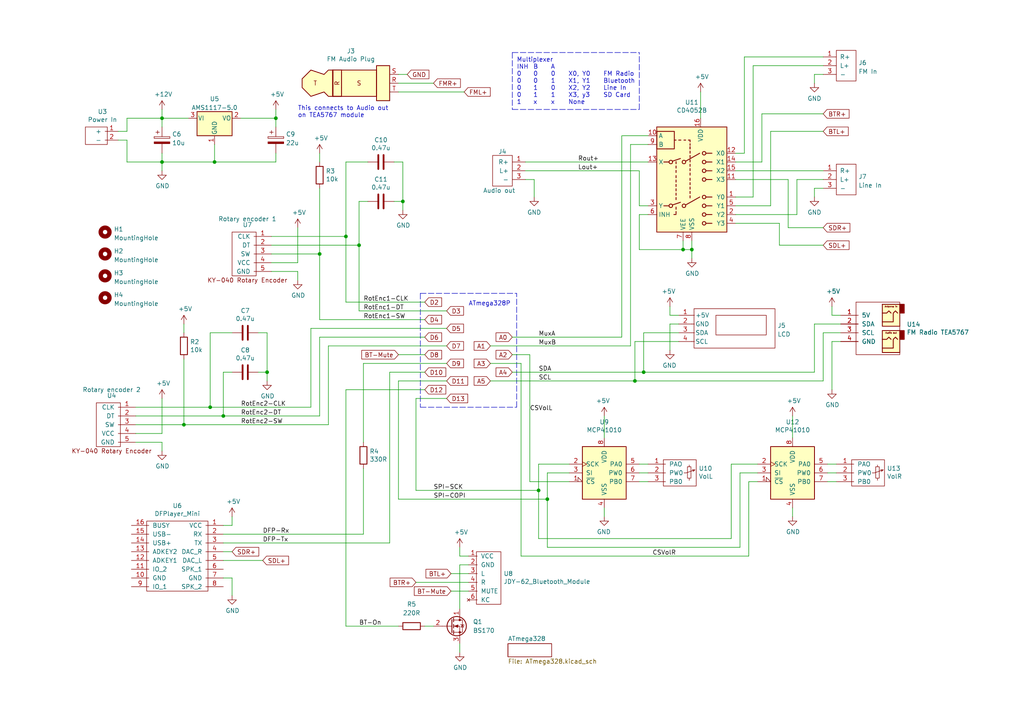
<source format=kicad_sch>
(kicad_sch (version 20211123) (generator eeschema)
  (paper "A4")
  (title_block (title "ardAudioCenter-ATmega328") (date "2022-09-09") (rev "0.1"))
  (lib_symbols
    (symbol "Analog_Switch:CD4052B"
      (property "Reference" "U" (at -10.16 16.51 0))
      (property "Value" "CD4052B" (at 3.81 16.51 0))
      (symbol "CD4052B_0_1"
        (rectangle (start -10.16 8.89) (end -5.08 13.97) (stroke (width 0.254)))
        (rectangle (start -10.16 15.24) (end 10.16 -15.24) (stroke (width 0.254)) (fill (type background)))
        (circle (center -6.096 -7.62) (radius 0.508) (stroke (width 0.254)))
        (circle (center -6.096 5.08) (radius 0.508) (stroke (width 0.254)))
        (circle (center -2.286 -7.62) (radius 0.508) (stroke (width 0.254)))
        (circle (center -2.286 5.08) (radius 0.508) (stroke (width 0.254)))
        (polyline (pts (xy -8.128 -7.62) (xy -6.604 -7.62)) (stroke (width 0.254)))
        (polyline (pts (xy -8.128 5.08) (xy -6.604 5.08)) (stroke (width 0.254)))
        (polyline (pts (xy -5.588 -7.366) (xy -3.302 -6.604)) (stroke (width 0.254)))
        (polyline (pts (xy -5.588 5.334) (xy -3.302 6.096)) (stroke (width 0.254)))
        (polyline (pts (xy -4.572 -10.16) (xy -5.207 -10.16)) (stroke (width 0.254)))
        (polyline (pts (xy -4.572 -9.906) (xy -4.572 -9.271)) (stroke (width 0.254)))
        (polyline (pts (xy -4.572 -8.636) (xy -4.572 -8.001)) (stroke (width 0.254)))
        (polyline (pts (xy -4.572 -5.842) (xy -4.572 -5.207)) (stroke (width 0.254)))
        (polyline (pts (xy -4.572 -4.572) (xy -4.572 -3.937)) (stroke (width 0.254)))
        (polyline (pts (xy -4.572 -3.302) (xy -4.572 -2.667)) (stroke (width 0.254)))
        (polyline (pts (xy -4.572 -2.032) (xy -4.572 -1.397)) (stroke (width 0.254)))
        (polyline (pts (xy -4.572 -0.762) (xy -4.572 -0.127)) (stroke (width 0.254)))
        (polyline (pts (xy -4.572 0.508) (xy -4.572 1.143)) (stroke (width 0.254)))
        (polyline (pts (xy -4.572 2.032) (xy -4.572 2.667)) (stroke (width 0.254)))
        (polyline (pts (xy -4.572 3.302) (xy -4.572 3.937)) (stroke (width 0.254)))
        (polyline (pts (xy -4.572 4.572) (xy -4.572 5.207)) (stroke (width 0.254)))
        (polyline (pts (xy -4.572 11.43) (xy -5.08 11.43)) (stroke (width 0.254)))
        (polyline (pts (xy -3.81 11.43) (xy -3.175 11.43)) (stroke (width 0.254)))
        (polyline (pts (xy -1.778 -7.366) (xy 2.286 -5.08)) (stroke (width 0.254)))
        (polyline (pts (xy -1.778 5.334) (xy 2.286 7.62)) (stroke (width 0.254)))
        (polyline (pts (xy -1.778 11.43) (xy -2.286 11.43)) (stroke (width 0.254)))
        (polyline (pts (xy -0.508 -5.334) (xy -0.508 -4.699)) (stroke (width 0.254)))
        (polyline (pts (xy -0.508 -4.064) (xy -0.508 -3.429)) (stroke (width 0.254)))
        (polyline (pts (xy -0.508 -2.794) (xy -0.508 -2.159)) (stroke (width 0.254)))
        (polyline (pts (xy -0.508 -1.524) (xy -0.508 -0.889)) (stroke (width 0.254)))
        (polyline (pts (xy -0.508 -0.254) (xy -0.508 0.381)) (stroke (width 0.254)))
        (polyline (pts (xy -0.508 1.27) (xy -0.508 1.905)) (stroke (width 0.254)))
        (polyline (pts (xy -0.508 2.54) (xy -0.508 3.175)) (stroke (width 0.254)))
        (polyline (pts (xy -0.508 3.81) (xy -0.508 4.445)) (stroke (width 0.254)))
        (polyline (pts (xy -0.508 5.08) (xy -0.508 5.715)) (stroke (width 0.254)))
        (polyline (pts (xy -0.508 6.35) (xy -0.508 6.985)) (stroke (width 0.254)))
        (polyline (pts (xy -0.508 7.62) (xy -0.508 8.255)) (stroke (width 0.254)))
        (polyline (pts (xy -0.508 8.89) (xy -0.508 9.398)) (stroke (width 0.254)))
        (polyline (pts (xy -0.508 8.89) (xy -0.508 9.525)) (stroke (width 0.254)))
        (polyline (pts (xy -0.508 9.906) (xy -0.508 10.414)) (stroke (width 0.254)))
        (polyline (pts (xy -0.508 10.922) (xy -0.508 11.43)) (stroke (width 0.254)))
        (polyline (pts (xy -0.508 11.43) (xy -1.016 11.43)) (stroke (width 0.254)))
        (polyline (pts (xy 4.064 -12.7) (xy 5.842 -12.7)) (stroke (width 0.254)))
        (polyline (pts (xy 4.064 -10.16) (xy 5.842 -10.16)) (stroke (width 0.254)))
        (polyline (pts (xy 4.064 -7.62) (xy 5.842 -7.62)) (stroke (width 0.254)))
        (polyline (pts (xy 4.064 -5.08) (xy 5.842 -5.08)) (stroke (width 0.254)))
        (polyline (pts (xy 4.064 0) (xy 5.842 0)) (stroke (width 0.254)))
        (polyline (pts (xy 4.064 2.54) (xy 5.842 2.54)) (stroke (width 0.254)))
        (polyline (pts (xy 4.064 5.08) (xy 5.842 5.08)) (stroke (width 0.254)))
        (polyline (pts (xy 4.064 7.62) (xy 5.842 7.62)) (stroke (width 0.254)))
        (circle (center 3.556 -12.7) (radius 0.508) (stroke (width 0.254)))
        (circle (center 3.556 -10.16) (radius 0.508) (stroke (width 0.254)))
        (circle (center 3.556 -7.62) (radius 0.508) (stroke (width 0.254)))
        (circle (center 3.556 -5.08) (radius 0.508) (stroke (width 0.254)))
        (circle (center 3.556 0) (radius 0.508) (stroke (width 0.254)))
        (circle (center 3.556 2.54) (radius 0.508) (stroke (width 0.254)))
        (circle (center 3.556 5.08) (radius 0.508) (stroke (width 0.254)))
        (circle (center 3.556 7.62) (radius 0.508) (stroke (width 0.254)))
      )
      (symbol "CD4052B_1_1"
        (pin bidirectional line (at 12.7 -5.08 180) (length 2.54) (name "Y0") (number "1"))
        (pin input line (at -12.7 12.7 0) (length 2.54) (name "A") (number "10"))
        (pin bidirectional line (at 12.7 0 180) (length 2.54) (name "X3") (number "11"))
        (pin bidirectional line (at 12.7 7.62 180) (length 2.54) (name "X0") (number "12"))
        (pin bidirectional line (at -12.7 5.08 0) (length 2.54) (name "X") (number "13"))
        (pin bidirectional line (at 12.7 5.08 180) (length 2.54) (name "X1") (number "14"))
        (pin bidirectional line (at 12.7 2.54 180) (length 2.54) (name "X2") (number "15"))
        (pin power_in line (at 2.54 17.78 270) (length 2.54) (name "VDD") (number "16"))
        (pin bidirectional line (at 12.7 -10.16 180) (length 2.54) (name "Y2") (number "2"))
        (pin bidirectional line (at -12.7 -7.62 0) (length 2.54) (name "Y") (number "3"))
        (pin bidirectional line (at 12.7 -12.7 180) (length 2.54) (name "Y3") (number "4"))
        (pin bidirectional line (at 12.7 -7.62 180) (length 2.54) (name "Y1") (number "5"))
        (pin input line (at -12.7 -10.16 0) (length 2.54) (name "INH") (number "6"))
        (pin power_in line (at -2.54 -17.78 90) (length 2.54) (name "VEE") (number "7"))
        (pin power_in line (at 0 -17.78 90) (length 2.54) (name "VSS") (number "8"))
        (pin input line (at -12.7 10.16 0) (length 2.54) (name "B") (number "9"))
      )
    )
    (symbol "Connector:AudioPlug3"
      (property "Reference" "J" (at 1.27 6.35 0))
      (property "Value" "AudioPlug3" (at 1.27 -6.35 0))
      (symbol "AudioPlug3_0_0"
        (text "R" (at -2.54 0 900) (effects (font (size 1.27 1.27))))
      )
      (symbol "AudioPlug3_0_1"
        (rectangle (start -3.81 3.81) (end -1.27 -3.81) (stroke (width 0.254)))
        (rectangle (start -1.27 -1.27) (end -1.27 -1.27))
      )
      (symbol "AudioPlug3_1_0"
        (text "S" (at 3.81 0 0) (effects (font (size 1.27 1.27))))
        (text "T" (at -8.89 0 0) (effects (font (size 1.27 1.27))))
      )
      (symbol "AudioPlug3_1_1"
        (rectangle (start -3.81 3.81) (end 8.89 -3.81) (stroke (width 0.254)) (fill (type background)))
        (polyline (pts (xy -3.81 3.81) (xy -5.08 3.81) (xy -6.35 2.54) (xy -10.16 3.81) (xy -12.7 1.27) (xy -12.7 -1.27) (xy -10.16 -3.81) (xy -6.35 -2.54) (xy -5.08 -3.81) (xy -3.81 -3.81) (xy -3.81 3.81)) (stroke (width 0.254)) (fill (type background)))
        (rectangle (start 12.7 5.08) (end 8.89 -5.08) (stroke (width 0.254)) (fill (type background)))
        (pin passive line (at 15.24 0 180) (length 2.54) (name "~") (number "R"))
        (pin passive line (at 15.24 2.54 180) (length 2.54) (name "~") (number "S"))
        (pin passive line (at 15.24 -2.54 180) (length 2.54) (name "~") (number "T"))
      )
    )
    (symbol "Device:C" (pin_numbers hide) (pin_names (offset 0.254))
      (property "Reference" "C" (at 0.635 2.54 0))
      (property "Value" "C" (at 0.635 -2.54 0))
      (symbol "C_0_1"
        (polyline (pts (xy -2.032 -0.762) (xy 2.032 -0.762)) (stroke (width 0.508)))
        (polyline (pts (xy -2.032 0.762) (xy 2.032 0.762)) (stroke (width 0.508)))
      )
      (symbol "C_1_1"
        (pin passive line (at 0 3.81 270) (length 2.794) (name "~") (number "1"))
        (pin passive line (at 0 -3.81 90) (length 2.794) (name "~") (number "2"))
      )
    )
    (symbol "Device:C_Polarized" (pin_numbers hide) (pin_names (offset 0.254))
      (property "Reference" "C" (at 0.635 2.54 0))
      (property "Value" "C_Polarized" (at 0.635 -2.54 0))
      (symbol "C_Polarized_0_1"
        (rectangle (start -2.286 0.508) (end 2.286 1.016))
        (polyline (pts (xy -1.778 2.286) (xy -0.762 2.286)))
        (polyline (pts (xy -1.27 2.794) (xy -1.27 1.778)))
        (rectangle (start 2.286 -0.508) (end -2.286 -1.016) (fill (type outline)))
      )
      (symbol "C_Polarized_1_1"
        (pin passive line (at 0 3.81 270) (length 2.794) (name "~") (number "1"))
        (pin passive line (at 0 -3.81 90) (length 2.794) (name "~") (number "2"))
      )
    )
    (symbol "Device:R" (pin_numbers hide) (pin_names (offset 0))
      (property "Reference" "R" (at 2.032 0 90))
      (property "Value" "R" (at 0 0 90))
      (symbol "R_0_1"
        (rectangle (start -1.016 -2.54) (end 1.016 2.54) (stroke (width 0.254)))
      )
      (symbol "R_1_1"
        (pin passive line (at 0 3.81 270) (length 1.27) (name "~") (number "1"))
        (pin passive line (at 0 -3.81 90) (length 1.27) (name "~") (number "2"))
      )
    )
    (symbol "Mechanical:MountingHole" (pin_names (offset 1.016))
      (property "Reference" "H" (at 0 5.08 0))
      (property "Value" "MountingHole" (at 0 3.175 0))
      (symbol "MountingHole_0_1"
        (circle (center 0 0) (radius 1.27) (stroke (width 1.27)))
      )
    )
    (symbol "My_Headers:3-pin_Audio" (pin_names (offset 1.016))
      (property "Reference" "J" (at -0.635 6.35 0))
      (symbol "3-pin_Audio_0_1"
        (polyline (pts (xy -1.27 4.445) (xy 4.445 4.445) (xy 4.445 -3.81) (xy 4.445 -4.445) (xy -1.27 -4.445) (xy -1.27 4.445)) (stroke (width 0.1524)))
      )
      (symbol "3-pin_Audio_1_1"
        (pin bidirectional line (at -5.08 2.54 0) (length 3.81) (name "R+") (number "1"))
        (pin bidirectional line (at -5.08 0 0) (length 3.81) (name "L+") (number "2"))
        (pin bidirectional line (at -5.08 -2.54 0) (length 3.81) (name "-") (number "3"))
      )
    )
    (symbol "My_Headers:3-pin_potentiometer_output" (pin_names (offset 1.016))
      (property "Reference" "U" (at 5.715 2.54 0))
      (property "Value" "3-pin_potentiometer_output" (at 5.08 -7.62 0))
      (symbol "3-pin_potentiometer_output_0_1"
        (polyline (pts (xy 11.938 -4.064) (xy 11.938 -4.699)))
        (polyline (pts (xy 11.938 -0.254) (xy 11.938 -0.762)))
        (polyline (pts (xy 12.827 -1.651) (xy 12.827 -1.651)))
        (polyline (pts (xy 13.589 -1.651) (xy 13.081 -2.159)))
        (polyline (pts (xy 10.414 -2.54) (xy 11.049 -2.54) (xy 13.589 -1.651) (xy 12.827 -1.651)))
        (polyline (pts (xy 4.445 1.27) (xy 13.97 1.27) (xy 13.97 -6.35) (xy 4.445 -6.35) (xy 4.445 1.27)))
        (polyline (pts (xy 11.43 -0.762) (xy 12.446 -0.762) (xy 12.446 -4.064) (xy 11.43 -4.064) (xy 11.43 -0.762)))
      )
      (symbol "3-pin_potentiometer_output_1_1"
        (pin input line (at 0 0 0) (length 5.08) (name "PAO") (number "1"))
        (pin output line (at 0 -2.54 0) (length 5.08) (name "PW0") (number "2"))
        (pin input line (at 0 -5.08 0) (length 5.08) (name "PB0") (number "3"))
      )
    )
    (symbol "My_Headers:4-pin_I2C_LCD_header" (pin_names (offset 1.016))
      (property "Reference" "J" (at 0 5.715 0))
      (property "Value" "4-pin_I2C_LCD_header" (at 0 -8.255 0))
      (symbol "4-pin_I2C_LCD_header_0_1"
        (polyline (pts (xy -0.635 4.445) (xy 22.86 4.445) (xy 22.86 -6.985) (xy -0.635 -6.985) (xy -0.635 4.445)) (stroke (width 0.1524)))
        (polyline (pts (xy 5.715 2.54) (xy 5.715 -3.175) (xy 20.32 -3.175) (xy 20.32 2.54) (xy 5.715 2.54)) (stroke (width 0.1524)))
      )
      (symbol "4-pin_I2C_LCD_header_1_1"
        (polyline (pts (xy -1.27 -5.08) (xy -0.508 -5.08)) (stroke (width 0.1524)))
        (polyline (pts (xy -1.27 -2.54) (xy -0.508 -2.54)) (stroke (width 0.1524)))
        (polyline (pts (xy -1.27 0) (xy -0.508 0)) (stroke (width 0.1524)))
        (polyline (pts (xy -1.27 2.54) (xy -0.508 2.54)) (stroke (width 0.1524)))
        (pin power_in line (at -5.08 2.54 0) (length 3.81) (name "+5V") (number "1"))
        (pin power_in line (at -5.08 0 0) (length 3.81) (name "GND") (number "2"))
        (pin passive line (at -5.08 -2.54 0) (length 3.81) (name "SDA") (number "3"))
        (pin passive line (at -5.08 -5.08 0) (length 3.81) (name "SCL") (number "4"))
      )
    )
    (symbol "My_Parts:2-pole_power_in_screw_terminal" (pin_names (offset 1.016))
      (property "Reference" "U" (at 4.445 3.175 0))
      (property "Value" "2-pole_power_in_screw_terminal" (at 6.35 -5.715 0))
      (symbol "2-pole_power_in_screw_terminal_0_1"
        (rectangle (start 3.175 1.27) (end 9.525 -3.81))
      )
      (symbol "2-pole_power_in_screw_terminal_1_1"
        (pin power_in line (at 0 0 0) (length 3.81) (name "+") (number "1"))
        (pin power_in line (at 0 -2.54 0) (length 3.81) (name "-") (number "2"))
      )
    )
    (symbol "My_Parts:DFPlayer_Mini" (pin_names (offset 1.016))
      (property "Reference" "U" (at 6.985 2.54 0))
      (property "Value" "DFPlayer_Mini" (at 12.7 -20.955 0))
      (symbol "DFPlayer_Mini_0_1"
        (polyline (pts (xy 4.445 1.27) (xy 4.445 -19.05) (xy 22.225 -19.05) (xy 22.225 1.27) (xy 4.445 1.27)))
      )
      (symbol "DFPlayer_Mini_1_1"
        (pin power_in line (at 0 0 0) (length 5.08) (name "VCC") (number "1"))
        (pin power_in line (at 26.67 -15.24 180) (length 5.08) (name "GND") (number "10"))
        (pin input line (at 26.67 -12.7 180) (length 5.08) (name "IO_2") (number "11"))
        (pin input line (at 26.67 -10.16 180) (length 5.08) (name "ADKEY1") (number "12"))
        (pin input line (at 26.67 -7.62 180) (length 5.08) (name "ADKEY2") (number "13"))
        (pin bidirectional line (at 26.67 -5.08 180) (length 5.08) (name "USB+") (number "14"))
        (pin bidirectional line (at 26.67 -2.54 180) (length 5.08) (name "USB-") (number "15"))
        (pin output line (at 26.67 0 180) (length 5.08) (name "BUSY") (number "16"))
        (pin input line (at 0 -2.54 0) (length 5.08) (name "RX") (number "2"))
        (pin output line (at 0 -5.08 0) (length 5.08) (name "TX") (number "3"))
        (pin output line (at 0 -7.62 0) (length 5.08) (name "DAC_R") (number "4"))
        (pin output line (at 0 -10.16 0) (length 5.08) (name "DAC_L") (number "5"))
        (pin output line (at 0 -12.7 0) (length 5.08) (name "SPK_1") (number "6"))
        (pin power_in line (at 0 -15.24 0) (length 5.08) (name "GND") (number "7"))
        (pin output line (at 0 -17.78 0) (length 5.08) (name "SPK_2") (number "8"))
        (pin input line (at 26.67 -17.78 180) (length 5.08) (name "IO_1") (number "9"))
      )
    )
    (symbol "My_Parts:JDY-62_Bluetooth_Module" (pin_names (offset 1.016))
      (property "Reference" "U" (at 3.302 2.286 0))
      (property "Value" "JDY-62_Bluetooth_Module" (at 6.096 -15.494 0))
      (symbol "JDY-62_Bluetooth_Module_0_1"
        (polyline (pts (xy 2.286 1.27) (xy 2.286 -13.97) (xy 9.398 -13.97) (xy 9.398 1.27) (xy 2.286 1.27)))
      )
      (symbol "JDY-62_Bluetooth_Module_1_1"
        (pin power_in line (at 0 0 0) (length 2.54) (name "VCC") (number "1"))
        (pin power_in line (at 0 -2.54 0) (length 2.54) (name "GND") (number "2"))
        (pin output line (at 0 -5.08 0) (length 2.54) (name "L") (number "3"))
        (pin output line (at 0 -7.62 0) (length 2.54) (name "R") (number "4"))
        (pin output line (at 0 -10.16 0) (length 2.54) (name "MUTE") (number "5"))
        (pin no_connect line (at 0 -12.7 0) (length 2.54) (name "KC") (number "6"))
      )
    )
    (symbol "My_Parts:KY-040_Rotary_Encoder" (pin_names (offset 1.016))
      (property "Reference" "U" (at 0.635 2.54 0))
      (symbol "KY-040_Rotary_Encoder_0_0"
        (text "KY-040 Rotary Encoder" (at 1.905 -12.7 0) (effects (font (size 1.27 1.27))))
      )
      (symbol "KY-040_Rotary_Encoder_0_1"
        (rectangle (start -0.635 -11.43) (end 6.35 1.27))
      )
      (symbol "KY-040_Rotary_Encoder_1_1"
        (pin output line (at -5.08 0 0) (length 5.08) (name "CLK") (number "1"))
        (pin output line (at -5.08 -2.54 0) (length 5.08) (name "DT") (number "2"))
        (pin output line (at -5.08 -5.08 0) (length 5.08) (name "SW") (number "3"))
        (pin power_in line (at -5.08 -7.62 0) (length 5.08) (name "VCC") (number "4"))
        (pin power_in line (at -5.08 -10.16 0) (length 5.08) (name "GND") (number "5"))
      )
    )
    (symbol "My_Parts:TEA5767_FM_Radio_Module" (pin_names (offset 1.016))
      (property "Reference" "U" (at 6.35 5.08 0))
      (property "Value" "TEA5767_FM_Radio_Module" (at 9.525 -13.335 0))
      (symbol "TEA5767_FM_Radio_Module_0_0"
        (text "Antenna in" (at 14.605 2.54 0) (effects (font (size 0.4572 0.4572))))
        (text "Audio out" (at 14.605 -5.08 0) (effects (font (size 0.4572 0.4572))))
      )
      (symbol "TEA5767_FM_Radio_Module_0_1"
        (polyline (pts (xy 17.145 -4.445) (xy 17.145 -3.175)))
        (polyline (pts (xy 17.145 3.175) (xy 17.145 3.81) (xy 4.445 3.81)))
        (polyline (pts (xy 4.445 3.81) (xy 4.445 -11.43) (xy 17.145 -11.43) (xy 17.145 -10.795)))
      )
      (symbol "TEA5767_FM_Radio_Module_1_1"
        (polyline (pts (xy 14.605 -6.985) (xy 13.97 -6.35) (xy 13.335 -6.985) (xy 12.065 -6.985)) (stroke (width 0.254)))
        (polyline (pts (xy 14.605 0.635) (xy 13.97 1.27) (xy 13.335 0.635) (xy 12.065 0.635)) (stroke (width 0.254)))
        (polyline (pts (xy 12.065 -9.525) (xy 15.24 -9.525) (xy 15.24 -6.985) (xy 15.875 -6.35) (xy 16.51 -6.985)) (stroke (width 0.254)))
        (polyline (pts (xy 12.065 -1.905) (xy 15.24 -1.905) (xy 15.24 0.635) (xy 15.875 1.27) (xy 16.51 0.635)) (stroke (width 0.254)))
        (rectangle (start 12.065 -10.795) (end 17.145 -4.445) (stroke (width 0.254)) (fill (type background)))
        (rectangle (start 12.065 -3.175) (end 17.145 3.175) (stroke (width 0.254)) (fill (type background)))
        (rectangle (start 17.145 -4.445) (end 18.415 -6.985) (stroke (width 0.254)) (fill (type outline)))
        (rectangle (start 17.145 3.175) (end 18.415 0.635) (stroke (width 0.254)) (fill (type outline)))
        (pin power_in line (at 0 0 0) (length 5.08) (name "5V") (number "1"))
        (pin bidirectional line (at 0 -2.54 0) (length 5.08) (name "SDA") (number "2"))
        (pin bidirectional line (at 0 -5.08 0) (length 5.08) (name "SCL") (number "3"))
        (pin power_in line (at 0 -7.62 0) (length 5.08) (name "GND") (number "4"))
      )
    )
    (symbol "Potentiometer_Digital:MCP41010" (pin_names (offset 1.016))
      (property "Reference" "U" (at -6.35 8.89 0))
      (property "Value" "MCP41010" (at 1.27 8.89 0))
      (symbol "MCP41010_0_1"
        (rectangle (start -6.35 7.62) (end 6.35 -7.62) (stroke (width 0.254)) (fill (type background)))
      )
      (symbol "MCP41010_1_1"
        (pin input input_low (at -10.16 -2.54 0) (length 3.81) (name "~{CS}") (number "1"))
        (pin passive clock (at -10.16 2.54 0) (length 3.81) (name "SCK") (number "2"))
        (pin input line (at -10.16 0 0) (length 3.81) (name "SI") (number "3"))
        (pin power_in line (at 0 -10.16 90) (length 2.54) (name "VSS") (number "4"))
        (pin passive line (at 10.16 2.54 180) (length 3.81) (name "PA0") (number "5"))
        (pin passive line (at 10.16 0 180) (length 3.81) (name "PW0") (number "6"))
        (pin passive line (at 10.16 -2.54 180) (length 3.81) (name "PB0") (number "7"))
        (pin power_in line (at 0 10.16 270) (length 2.54) (name "VDD") (number "8"))
      )
    )
    (symbol "Regulator_Linear:AMS1117-5.0" (pin_names (offset 0.254))
      (property "Reference" "U" (at -3.81 3.175 0))
      (property "Value" "AMS1117-5.0" (at 0 3.175 0))
      (symbol "AMS1117-5.0_0_1"
        (rectangle (start -5.08 -5.08) (end 5.08 1.905) (stroke (width 0.254)) (fill (type background)))
      )
      (symbol "AMS1117-5.0_1_1"
        (pin power_in line (at 0 -7.62 90) (length 2.54) (name "GND") (number "1"))
        (pin power_out line (at 7.62 0 180) (length 2.54) (name "VO") (number "2"))
        (pin power_in line (at -7.62 0 0) (length 2.54) (name "VI") (number "3"))
      )
    )
    (symbol "Transistor_FET:BS170" (pin_names hide)
      (property "Reference" "Q" (at 5.08 1.905 0))
      (property "Value" "BS170" (at 5.08 0 0))
      (symbol "BS170_0_1"
        (polyline (pts (xy 0.254 0) (xy -2.54 0)))
        (polyline (pts (xy 0.254 1.905) (xy 0.254 -1.905)) (stroke (width 0.254)))
        (polyline (pts (xy 0.762 -1.27) (xy 0.762 -2.286)) (stroke (width 0.254)))
        (polyline (pts (xy 0.762 0.508) (xy 0.762 -0.508)) (stroke (width 0.254)))
        (polyline (pts (xy 0.762 2.286) (xy 0.762 1.27)) (stroke (width 0.254)))
        (polyline (pts (xy 2.54 2.54) (xy 2.54 1.778)))
        (polyline (pts (xy 2.54 -2.54) (xy 2.54 0) (xy 0.762 0)))
        (polyline (pts (xy 0.762 -1.778) (xy 3.302 -1.778) (xy 3.302 1.778) (xy 0.762 1.778)))
        (polyline (pts (xy 1.016 0) (xy 2.032 0.381) (xy 2.032 -0.381) (xy 1.016 0)) (fill (type outline)))
        (polyline (pts (xy 2.794 0.508) (xy 2.921 0.381) (xy 3.683 0.381) (xy 3.81 0.254)))
        (polyline (pts (xy 3.302 0.381) (xy 2.921 -0.254) (xy 3.683 -0.254) (xy 3.302 0.381)))
        (circle (center 1.651 0) (radius 2.794) (stroke (width 0.254)))
        (circle (center 2.54 -1.778) (radius 0.254) (fill (type outline)))
        (circle (center 2.54 1.778) (radius 0.254) (fill (type outline)))
      )
      (symbol "BS170_1_1"
        (pin passive line (at 2.54 5.08 270) (length 2.54) (name "D") (number "1"))
        (pin input line (at -5.08 0 0) (length 2.54) (name "G") (number "2"))
        (pin passive line (at 2.54 -5.08 90) (length 2.54) (name "S") (number "3"))
      )
    )
    (symbol "power:+12V" (power) (pin_names (offset 0))
      (property "Value" "+12V" (at 0 3.556 0))
      (symbol "+12V_0_1"
        (polyline (pts (xy -0.762 1.27) (xy 0 2.54)))
        (polyline (pts (xy 0 0) (xy 0 2.54)))
        (polyline (pts (xy 0 2.54) (xy 0.762 1.27)))
      )
      (symbol "+12V_1_1"
        (pin power_in line (at 0 0 90) (length 0) hide (name "+12V") (number "1"))
      )
    )
    (symbol "power:+5V" (power) (pin_names (offset 0))
      (property "Value" "+5V" (at 0 3.556 0))
      (symbol "+5V_0_1"
        (polyline (pts (xy -0.762 1.27) (xy 0 2.54)))
        (polyline (pts (xy 0 0) (xy 0 2.54)))
        (polyline (pts (xy 0 2.54) (xy 0.762 1.27)))
      )
      (symbol "+5V_1_1"
        (pin power_in line (at 0 0 90) (length 0) hide (name "+5V") (number "1"))
      )
    )
    (symbol "power:GND" (power) (pin_names (offset 0))
      (property "Value" "GND" (at 0 -3.81 0))
      (symbol "GND_0_1"
        (polyline (pts (xy 0 0) (xy 0 -1.27) (xy 1.27 -1.27) (xy 0 -2.54) (xy -1.27 -1.27) (xy 0 -1.27)))
      )
      (symbol "GND_1_1"
        (pin power_in line (at 0 0 270) (length 0) hide (name "GND") (number "1"))
      )
    )
  )
  (junction (at 156.21 142.24))
  (junction (at 198.12 72.39))
  (junction (at 80.01 34.29))
  (junction (at 158.75 144.78))
  (junction (at 184.15 110.49))
  (junction (at 60.96 118.11))
  (junction (at 186.69 107.95))
  (junction (at 92.71 73.66))
  (junction (at 64.77 120.65))
  (junction (at 200.66 72.39))
  (junction (at 77.47 107.95))
  (junction (at 100.33 68.58))
  (junction (at 46.99 34.29))
  (junction (at 116.84 58.42))
  (junction (at 104.14 71.12))
  (junction (at 46.99 46.99))
  (junction (at 62.23 46.99))
  (junction (at 53.34 123.19))
  (wire (pts (xy 151.13 161.29) (xy 151.13 105.41)))
  (wire (pts (xy 135.89 161.29) (xy 133.35 161.29)))
  (wire (pts (xy 113.03 107.95) (xy 123.19 107.95)))
  (wire (pts (xy 36.83 38.1) (xy 36.83 34.29)))
  (wire (pts (xy 148.59 107.95) (xy 186.69 107.95)))
  (wire (pts (xy 46.99 125.73) (xy 46.99 115.57)))
  (wire (pts (xy 152.4 46.99) (xy 187.96 46.99)))
  (wire (pts (xy 238.76 96.52) (xy 238.76 110.49)))
  (wire (pts (xy 64.77 160.02) (xy 67.31 160.02)))
  (wire (pts (xy 92.71 73.66) (xy 92.71 92.71)))
  (wire (pts (xy 165.1 134.62) (xy 156.21 134.62)))
  (wire (pts (xy 180.34 39.37) (xy 187.96 39.37)))
  (wire (pts (xy 64.77 167.64) (xy 67.31 167.64)))
  (wire (pts (xy 60.96 118.11) (xy 90.17 118.11)))
  (wire (pts (xy 74.93 107.95) (xy 77.47 107.95)))
  (wire (pts (xy 46.99 34.29) (xy 46.99 36.83)))
  (wire (pts (xy 60.96 96.52) (xy 60.96 118.11)))
  (wire (pts (xy 198.12 72.39) (xy 185.42 72.39)))
  (wire (pts (xy 115.57 144.78) (xy 115.57 110.49)))
  (wire (pts (xy 231.14 62.23) (xy 231.14 52.07)))
  (wire (pts (xy 64.77 162.56) (xy 76.2 162.56)))
  (wire (pts (xy 214.63 158.75) (xy 158.75 158.75)))
  (wire (pts (xy 95.25 100.33) (xy 129.54 100.33)))
  (wire (pts (xy 142.24 105.41) (xy 151.13 105.41)))
  (wire (pts (xy 120.65 115.57) (xy 129.54 115.57)))
  (wire (pts (xy 106.68 46.99) (xy 100.33 46.99)))
  (wire (pts (xy 100.33 87.63) (xy 123.19 87.63)))
  (wire (pts (xy 92.71 73.66) (xy 92.71 54.61)))
  (wire (pts (xy 175.26 127) (xy 175.26 120.65)))
  (polyline (pts (xy 121.92 85.09) (xy 149.86 85.09)))
  (wire (pts (xy 186.69 107.95) (xy 186.69 96.52)))
  (wire (pts (xy 196.85 93.98) (xy 194.31 93.98)))
  (wire (pts (xy 214.63 137.16) (xy 214.63 158.75)))
  (wire (pts (xy 116.84 58.42) (xy 116.84 46.99)))
  (polyline (pts (xy 121.92 85.09) (xy 121.92 118.11)))
  (wire (pts (xy 86.36 76.2) (xy 86.36 66.04)))
  (wire (pts (xy 39.37 123.19) (xy 53.34 123.19)))
  (wire (pts (xy 105.41 154.94) (xy 105.41 135.89)))
  (wire (pts (xy 243.84 91.44) (xy 241.3 91.44)))
  (wire (pts (xy 220.98 33.02) (xy 238.76 33.02)))
  (wire (pts (xy 53.34 123.19) (xy 53.34 104.14)))
  (wire (pts (xy 39.37 118.11) (xy 60.96 118.11)))
  (wire (pts (xy 142.24 100.33) (xy 182.88 100.33)))
  (wire (pts (xy 130.81 171.45) (xy 135.89 171.45)))
  (wire (pts (xy 226.06 64.77) (xy 226.06 71.12)))
  (wire (pts (xy 185.42 72.39) (xy 185.42 62.23)))
  (wire (pts (xy 92.71 92.71) (xy 123.19 92.71)))
  (wire (pts (xy 115.57 110.49) (xy 129.54 110.49)))
  (wire (pts (xy 78.74 76.2) (xy 86.36 76.2)))
  (wire (pts (xy 39.37 125.73) (xy 46.99 125.73)))
  (wire (pts (xy 184.15 110.49) (xy 238.76 110.49)))
  (wire (pts (xy 194.31 93.98) (xy 194.31 101.6)))
  (wire (pts (xy 212.09 156.21) (xy 156.21 156.21)))
  (wire (pts (xy 67.31 167.64) (xy 67.31 172.72)))
  (wire (pts (xy 153.67 139.7) (xy 153.67 102.87)))
  (wire (pts (xy 223.52 59.69) (xy 223.52 38.1)))
  (wire (pts (xy 92.71 97.79) (xy 123.19 97.79)))
  (polyline (pts (xy 185.42 31.75) (xy 185.42 15.24)))
  (wire (pts (xy 180.34 97.79) (xy 180.34 39.37)))
  (wire (pts (xy 100.33 68.58) (xy 100.33 87.63)))
  (wire (pts (xy 220.98 46.99) (xy 220.98 33.02)))
  (wire (pts (xy 78.74 68.58) (xy 100.33 68.58)))
  (wire (pts (xy 242.57 134.62) (xy 240.03 134.62)))
  (wire (pts (xy 67.31 152.4) (xy 67.31 149.86)))
  (wire (pts (xy 64.77 157.48) (xy 113.03 157.48)))
  (wire (pts (xy 78.74 71.12) (xy 104.14 71.12)))
  (wire (pts (xy 106.68 58.42) (xy 104.14 58.42)))
  (wire (pts (xy 123.19 113.03) (xy 100.33 113.03)))
  (wire (pts (xy 198.12 72.39) (xy 200.66 72.39)))
  (wire (pts (xy 187.96 59.69) (xy 185.42 59.69)))
  (wire (pts (xy 236.22 21.59) (xy 238.76 21.59)))
  (wire (pts (xy 114.3 58.42) (xy 116.84 58.42)))
  (wire (pts (xy 113.03 157.48) (xy 113.03 107.95)))
  (wire (pts (xy 231.14 52.07) (xy 238.76 52.07)))
  (wire (pts (xy 218.44 19.05) (xy 218.44 57.15)))
  (wire (pts (xy 34.29 40.64) (xy 36.83 40.64)))
  (wire (pts (xy 46.99 46.99) (xy 46.99 49.53)))
  (wire (pts (xy 185.42 137.16) (xy 187.96 137.16)))
  (wire (pts (xy 115.57 24.13) (xy 125.73 24.13)))
  (wire (pts (xy 158.75 137.16) (xy 158.75 144.78)))
  (wire (pts (xy 36.83 46.99) (xy 46.99 46.99)))
  (wire (pts (xy 120.65 142.24) (xy 156.21 142.24)))
  (wire (pts (xy 39.37 128.27) (xy 46.99 128.27)))
  (wire (pts (xy 229.87 147.32) (xy 229.87 149.86)))
  (wire (pts (xy 104.14 71.12) (xy 104.14 90.17)))
  (wire (pts (xy 241.3 91.44) (xy 241.3 88.9)))
  (wire (pts (xy 104.14 58.42) (xy 104.14 71.12)))
  (wire (pts (xy 105.41 128.27) (xy 105.41 105.41)))
  (wire (pts (xy 34.29 38.1) (xy 36.83 38.1)))
  (wire (pts (xy 46.99 128.27) (xy 46.99 130.81)))
  (wire (pts (xy 156.21 142.24) (xy 156.21 156.21)))
  (wire (pts (xy 198.12 69.85) (xy 198.12 72.39)))
  (wire (pts (xy 213.36 57.15) (xy 218.44 57.15)))
  (wire (pts (xy 54.61 34.29) (xy 46.99 34.29)))
  (wire (pts (xy 115.57 21.59) (xy 118.11 21.59)))
  (wire (pts (xy 80.01 34.29) (xy 80.01 36.83)))
  (wire (pts (xy 36.83 34.29) (xy 46.99 34.29)))
  (wire (pts (xy 185.42 62.23) (xy 187.96 62.23)))
  (wire (pts (xy 92.71 46.99) (xy 92.71 44.45)))
  (wire (pts (xy 135.89 163.83) (xy 133.35 163.83)))
  (wire (pts (xy 217.17 139.7) (xy 217.17 161.29)))
  (wire (pts (xy 116.84 46.99) (xy 114.3 46.99)))
  (wire (pts (xy 116.84 58.42) (xy 116.84 60.96)))
  (wire (pts (xy 100.33 46.99) (xy 100.33 68.58)))
  (wire (pts (xy 217.17 161.29) (xy 151.13 161.29)))
  (wire (pts (xy 241.3 99.06) (xy 241.3 113.03)))
  (wire (pts (xy 80.01 31.75) (xy 80.01 34.29)))
  (wire (pts (xy 200.66 69.85) (xy 200.66 72.39)))
  (wire (pts (xy 187.96 139.7) (xy 185.42 139.7)))
  (wire (pts (xy 243.84 96.52) (xy 238.76 96.52)))
  (wire (pts (xy 236.22 93.98) (xy 236.22 107.95)))
  (wire (pts (xy 80.01 46.99) (xy 80.01 44.45)))
  (wire (pts (xy 133.35 186.69) (xy 133.35 189.23)))
  (polyline (pts (xy 148.59 31.75) (xy 185.42 31.75)))
  (wire (pts (xy 104.14 90.17) (xy 129.54 90.17)))
  (wire (pts (xy 213.36 52.07) (xy 228.6 52.07)))
  (wire (pts (xy 187.96 41.91) (xy 182.88 41.91)))
  (wire (pts (xy 53.34 96.52) (xy 53.34 93.98)))
  (wire (pts (xy 105.41 105.41) (xy 129.54 105.41)))
  (wire (pts (xy 133.35 161.29) (xy 133.35 158.75)))
  (wire (pts (xy 90.17 95.25) (xy 90.17 118.11)))
  (wire (pts (xy 115.57 144.78) (xy 158.75 144.78)))
  (wire (pts (xy 123.19 181.61) (xy 125.73 181.61)))
  (wire (pts (xy 215.9 44.45) (xy 215.9 16.51)))
  (wire (pts (xy 64.77 152.4) (xy 67.31 152.4)))
  (wire (pts (xy 78.74 73.66) (xy 92.71 73.66)))
  (wire (pts (xy 77.47 96.52) (xy 74.93 96.52)))
  (wire (pts (xy 182.88 41.91) (xy 182.88 100.33)))
  (wire (pts (xy 36.83 40.64) (xy 36.83 46.99)))
  (wire (pts (xy 67.31 96.52) (xy 60.96 96.52)))
  (wire (pts (xy 135.89 168.91) (xy 120.65 168.91)))
  (wire (pts (xy 148.59 97.79) (xy 180.34 97.79)))
  (wire (pts (xy 67.31 107.95) (xy 64.77 107.95)))
  (wire (pts (xy 100.33 113.03) (xy 100.33 181.61)))
  (wire (pts (xy 92.71 120.65) (xy 92.71 97.79)))
  (wire (pts (xy 153.67 102.87) (xy 148.59 102.87)))
  (wire (pts (xy 115.57 26.67) (xy 134.62 26.67)))
  (wire (pts (xy 213.36 44.45) (xy 215.9 44.45)))
  (wire (pts (xy 158.75 144.78) (xy 158.75 158.75)))
  (wire (pts (xy 242.57 139.7) (xy 240.03 139.7)))
  (wire (pts (xy 86.36 78.74) (xy 86.36 81.28)))
  (wire (pts (xy 142.24 110.49) (xy 184.15 110.49)))
  (wire (pts (xy 39.37 120.65) (xy 64.77 120.65)))
  (wire (pts (xy 218.44 19.05) (xy 238.76 19.05)))
  (wire (pts (xy 77.47 107.95) (xy 77.47 96.52)))
  (wire (pts (xy 120.65 115.57) (xy 120.65 142.24)))
  (wire (pts (xy 215.9 16.51) (xy 238.76 16.51)))
  (wire (pts (xy 242.57 137.16) (xy 240.03 137.16)))
  (polyline (pts (xy 148.59 15.24) (xy 148.59 31.75)))
  (wire (pts (xy 154.94 57.15) (xy 154.94 52.07)))
  (wire (pts (xy 64.77 107.95) (xy 64.77 120.65)))
  (wire (pts (xy 228.6 52.07) (xy 228.6 66.04)))
  (wire (pts (xy 196.85 96.52) (xy 186.69 96.52)))
  (wire (pts (xy 152.4 49.53) (xy 185.42 49.53)))
  (wire (pts (xy 219.71 134.62) (xy 212.09 134.62)))
  (wire (pts (xy 212.09 134.62) (xy 212.09 156.21)))
  (wire (pts (xy 213.36 59.69) (xy 223.52 59.69)))
  (wire (pts (xy 133.35 163.83) (xy 133.35 176.53)))
  (wire (pts (xy 46.99 46.99) (xy 62.23 46.99)))
  (wire (pts (xy 226.06 71.12) (xy 238.76 71.12)))
  (wire (pts (xy 203.2 34.29) (xy 203.2 26.67)))
  (wire (pts (xy 219.71 139.7) (xy 217.17 139.7)))
  (wire (pts (xy 228.6 66.04) (xy 238.76 66.04)))
  (wire (pts (xy 196.85 99.06) (xy 184.15 99.06)))
  (wire (pts (xy 184.15 110.49) (xy 184.15 99.06)))
  (wire (pts (xy 219.71 137.16) (xy 214.63 137.16)))
  (wire (pts (xy 213.36 49.53) (xy 238.76 49.53)))
  (wire (pts (xy 46.99 44.45) (xy 46.99 46.99)))
  (wire (pts (xy 238.76 54.61) (xy 236.22 54.61)))
  (wire (pts (xy 243.84 99.06) (xy 241.3 99.06)))
  (wire (pts (xy 165.1 139.7) (xy 153.67 139.7)))
  (wire (pts (xy 187.96 134.62) (xy 185.42 134.62)))
  (wire (pts (xy 175.26 147.32) (xy 175.26 149.86)))
  (wire (pts (xy 213.36 46.99) (xy 220.98 46.99)))
  (wire (pts (xy 229.87 127) (xy 229.87 120.65)))
  (wire (pts (xy 46.99 34.29) (xy 46.99 31.75)))
  (polyline (pts (xy 148.59 15.24) (xy 185.42 15.24)))
  (wire (pts (xy 236.22 54.61) (xy 236.22 57.15)))
  (wire (pts (xy 186.69 107.95) (xy 236.22 107.95)))
  (wire (pts (xy 223.52 38.1) (xy 238.76 38.1)))
  (wire (pts (xy 62.23 46.99) (xy 80.01 46.99)))
  (wire (pts (xy 243.84 93.98) (xy 236.22 93.98)))
  (wire (pts (xy 213.36 64.77) (xy 226.06 64.77)))
  (wire (pts (xy 90.17 95.25) (xy 129.54 95.25)))
  (wire (pts (xy 200.66 72.39) (xy 200.66 74.93)))
  (wire (pts (xy 95.25 123.19) (xy 95.25 100.33)))
  (wire (pts (xy 77.47 107.95) (xy 77.47 110.49)))
  (wire (pts (xy 130.81 166.37) (xy 135.89 166.37)))
  (wire (pts (xy 53.34 123.19) (xy 95.25 123.19)))
  (polyline (pts (xy 149.86 118.11) (xy 149.86 85.09)))
  (wire (pts (xy 64.77 120.65) (xy 92.71 120.65)))
  (wire (pts (xy 194.31 91.44) (xy 194.31 88.9)))
  (wire (pts (xy 100.33 181.61) (xy 115.57 181.61)))
  (wire (pts (xy 236.22 24.13) (xy 236.22 21.59)))
  (wire (pts (xy 213.36 62.23) (xy 231.14 62.23)))
  (wire (pts (xy 196.85 91.44) (xy 194.31 91.44)))
  (wire (pts (xy 64.77 154.94) (xy 105.41 154.94)))
  (wire (pts (xy 69.85 34.29) (xy 80.01 34.29)))
  (wire (pts (xy 165.1 137.16) (xy 158.75 137.16)))
  (wire (pts (xy 62.23 41.91) (xy 62.23 46.99)))
  (wire (pts (xy 115.57 102.87) (xy 123.19 102.87)))
  (wire (pts (xy 185.42 49.53) (xy 185.42 59.69)))
  (wire (pts (xy 156.21 134.62) (xy 156.21 142.24)))
  (polyline (pts (xy 121.92 118.11) (xy 149.86 118.11)))
  (wire (pts (xy 78.74 78.74) (xy 86.36 78.74)))
  (wire (pts (xy 154.94 52.07) (xy 152.4 52.07)))
  (text "This connects to Audio out\non TEA5767 module" (at 86.36 34.29 0) (effects (font (size 1.27 1.27)) (justify left bottom)))
  (text "ATmega328P" (at 135.89 88.9 0) (effects (font (size 1.27 1.27)) (justify left bottom)))
  (text "Multiplexer\nINH	B	A\n0	0	0	X0, Y0	FM Radio\n0	0	1	X1, Y1	Bluetooth\n0	1	0	X2, Y2	Line In\n0	1	1	X3, y3	SD Card\n1	x	x	None" (at 149.86 30.48 0) (effects (font (size 1.27 1.27)) (justify left bottom)))
  (label "DFP-Rx" (at 76.2 154.94 0))
  (label "Rout+" (at 167.64 46.99 0))
  (label "RotEnc1-CLK" (at 105.41 87.63 0))
  (label "CSVolR" (at 189.23 161.29 0))
  (label "DFP-Tx" (at 76.2 157.48 0))
  (label "Lout+" (at 167.64 49.53 0))
  (label "SCL" (at 156.21 110.49 0))
  (label "SDA" (at 156.21 107.95 0))
  (label "RotEnc2-CLK" (at 69.85 118.11 0))
  (label "MuxA" (at 156.21 97.79 0))
  (label "MuxB" (at 156.21 100.33 0))
  (label "RotEnc1-SW" (at 105.41 92.71 0))
  (label "BT-On" (at 104.14 181.61 0))
  (label "SPI-SCK" (at 125.73 142.24 0))
  (label "RotEnc1-DT" (at 105.41 90.17 0))
  (label "RotEnc2-SW" (at 69.85 123.19 0))
  (label "RotEnc2-DT" (at 69.85 120.65 0))
  (label "CSVolL" (at 153.67 119.38 0))
  (label "SPI-COPI" (at 125.73 144.78 0))
  (global_label "SDL+" (shape input) (at 238.76 71.12 0) (property "Intersheet References" "${INTERSHEET_REFS}" (effects hide)))
  (global_label "A2" (shape input) (at 148.59 102.87 180) (property "Intersheet References" "${INTERSHEET_REFS}" (effects hide)))
  (global_label "BT-Mute" (shape input) (at 130.81 171.45 180) (property "Intersheet References" "${INTERSHEET_REFS}" (effects hide)))
  (global_label "SDL+" (shape input) (at 76.2 162.56 0) (property "Intersheet References" "${INTERSHEET_REFS}" (effects hide)))
  (global_label "BTR+" (shape input) (at 238.76 33.02 0) (property "Intersheet References" "${INTERSHEET_REFS}" (effects hide)))
  (global_label "A1" (shape input) (at 142.24 100.33 180) (property "Intersheet References" "${INTERSHEET_REFS}" (effects hide)))
  (global_label "D13" (shape input) (at 129.54 115.57 0) (property "Intersheet References" "${INTERSHEET_REFS}" (effects hide)))
  (global_label "A0" (shape input) (at 148.59 97.79 180) (property "Intersheet References" "${INTERSHEET_REFS}" (effects hide)))
  (global_label "D5" (shape input) (at 129.54 95.25 0) (property "Intersheet References" "${INTERSHEET_REFS}" (effects hide)))
  (global_label "BTL+" (shape input) (at 130.81 166.37 180) (property "Intersheet References" "${INTERSHEET_REFS}" (effects hide)))
  (global_label "D10" (shape input) (at 123.19 107.95 0) (property "Intersheet References" "${INTERSHEET_REFS}" (effects hide)))
  (global_label "D2" (shape input) (at 123.19 87.63 0) (property "Intersheet References" "${INTERSHEET_REFS}" (effects hide)))
  (global_label "D7" (shape input) (at 129.54 100.33 0) (property "Intersheet References" "${INTERSHEET_REFS}" (effects hide)))
  (global_label "A4" (shape input) (at 148.59 107.95 180) (property "Intersheet References" "${INTERSHEET_REFS}" (effects hide)))
  (global_label "FML+" (shape input) (at 134.62 26.67 0) (property "Intersheet References" "${INTERSHEET_REFS}" (effects hide)))
  (global_label "SDR+" (shape input) (at 238.76 66.04 0) (property "Intersheet References" "${INTERSHEET_REFS}" (effects hide)))
  (global_label "D3" (shape input) (at 129.54 90.17 0) (property "Intersheet References" "${INTERSHEET_REFS}" (effects hide)))
  (global_label "D4" (shape input) (at 123.19 92.71 0) (property "Intersheet References" "${INTERSHEET_REFS}" (effects hide)))
  (global_label "BT-Mute" (shape input) (at 115.57 102.87 180) (property "Intersheet References" "${INTERSHEET_REFS}" (effects hide)))
  (global_label "D6" (shape input) (at 123.19 97.79 0) (property "Intersheet References" "${INTERSHEET_REFS}" (effects hide)))
  (global_label "D8" (shape input) (at 123.19 102.87 0) (property "Intersheet References" "${INTERSHEET_REFS}" (effects hide)))
  (global_label "GND" (shape input) (at 118.11 21.59 0) (property "Intersheet References" "${INTERSHEET_REFS}" (effects hide)))
  (global_label "D11" (shape input) (at 129.54 110.49 0) (property "Intersheet References" "${INTERSHEET_REFS}" (effects hide)))
  (global_label "BTR+" (shape input) (at 120.65 168.91 180) (property "Intersheet References" "${INTERSHEET_REFS}" (effects hide)))
  (global_label "SDR+" (shape input) (at 67.31 160.02 0) (property "Intersheet References" "${INTERSHEET_REFS}" (effects hide)))
  (global_label "BTL+" (shape input) (at 238.76 38.1 0) (property "Intersheet References" "${INTERSHEET_REFS}" (effects hide)))
  (global_label "A5" (shape input) (at 142.24 110.49 180) (property "Intersheet References" "${INTERSHEET_REFS}" (effects hide)))
  (global_label "A3" (shape input) (at 142.24 105.41 180) (property "Intersheet References" "${INTERSHEET_REFS}" (effects hide)))
  (global_label "D9" (shape input) (at 129.54 105.41 0) (property "Intersheet References" "${INTERSHEET_REFS}" (effects hide)))
  (global_label "D12" (shape input) (at 123.19 113.03 0) (property "Intersheet References" "${INTERSHEET_REFS}" (effects hide)))
  (global_label "FMR+" (shape input) (at 125.73 24.13 0) (property "Intersheet References" "${INTERSHEET_REFS}" (effects hide)))
  (symbol (lib_id "Mechanical:MountingHole") (at 30.48 80.01 0) (unit 1)
    (property "Reference" "H3" (at 33.02 79.1753 0) (effects (justify left)))
    (property "Value" "MountingHole" (at 33.02 81.7122 0) (effects (justify left)))
    (property "Footprint" "MountingHole:MountingHole_3.5mm" (effects hide))
  )
  (symbol (lib_id "power:+5V") (at 80.01 31.75 0) (unit 1)
    (property "Reference" "#PWR0115" (effects hide))
    (property "Value" "+5V" (at 80.391 27.3558 0))
  )
  (symbol (lib_id "Device:R") (at 105.41 132.08 180) (unit 1)
    (property "Reference" "R4" (at 107.188 130.9116 0) (effects (justify right)))
    (property "Value" "330R" (at 107.188 133.223 0) (effects (justify right)))
    (property "Footprint" "My_Misc:R_Axial_DIN0207_L6.3mm_D2.5mm_P10.16mm_Horizontal_larger_pads" (effects hide))
  )
  (symbol (lib_id "power:GND") (at 194.31 101.6 0) (mirror y) (unit 1)
    (property "Reference" "#PWR0138" (effects hide))
    (property "Value" "GND" (at 194.183 105.9942 0))
  )
  (symbol (lib_id "power:+5V") (at 53.34 93.98 0) (unit 1)
    (property "Reference" "#PWR0117" (effects hide))
    (property "Value" "+5V" (at 53.721 89.5858 0))
  )
  (symbol (lib_id "power:+5V") (at 229.87 120.65 0) (unit 1)
    (property "Reference" "#PWR0132" (effects hide))
    (property "Value" "+5V" (at 230.251 116.2558 0))
  )
  (symbol (lib_id "power:GND") (at 175.26 149.86 0) (mirror y) (unit 1)
    (property "Reference" "#PWR0136" (effects hide))
    (property "Value" "GND" (at 175.133 154.2542 0))
  )
  (symbol (lib_id "Transistor_FET:BS170") (at 130.81 181.61 0) (unit 1)
    (property "Reference" "Q1" (at 137.16 180.3399 0) (effects (justify left)))
    (property "Value" "BS170" (at 137.16 182.8799 0) (effects (justify left)))
    (property "Footprint" "My_Misc:TO-92_Inline_Wide_large" (effects hide))
    (property "Datasheet" "https://www.onsemi.com/pub/Collateral/BS170-D.PDF" (effects hide))
  )
  (symbol (lib_id "power:GND") (at 116.84 60.96 0) (unit 1)
    (property "Reference" "#PWR0127" (effects hide))
    (property "Value" "GND" (at 116.967 65.3542 0))
  )
  (symbol (lib_id "Mechanical:MountingHole") (at 30.48 73.66 0) (unit 1)
    (property "Reference" "H2" (at 33.02 72.8253 0) (effects (justify left)))
    (property "Value" "MountingHole" (at 33.02 75.3622 0) (effects (justify left)))
    (property "Footprint" "MountingHole:MountingHole_3.5mm" (effects hide))
  )
  (symbol (lib_id "power:GND") (at 67.31 172.72 0) (unit 1)
    (property "Reference" "#PWR0120" (effects hide))
    (property "Value" "GND" (at 67.437 177.1142 0))
  )
  (symbol (lib_id "power:GND") (at 46.99 130.81 0) (unit 1)
    (property "Reference" "#PWR0119" (effects hide))
    (property "Value" "GND" (at 47.117 135.2042 0))
  )
  (symbol (lib_id "Device:C_Polarized") (at 46.99 40.64 0) (unit 1)
    (property "Reference" "C6" (at 49.911 38.9163 0) (effects (justify left)))
    (property "Value" "10u" (at 49.911 41.4532 0) (effects (justify left)))
    (property "Footprint" "My_Misc:CP_Radial_D5.0mm_P2.00mm_larger" (effects hide))
  )
  (symbol (lib_id "Potentiometer_Digital:MCP41010") (at 229.87 137.16 0) (unit 1)
    (property "Reference" "U12" (at 229.87 122.4026 0))
    (property "Value" "MCP41010" (at 229.87 124.714 0))
    (property "Footprint" "My_Misc:DIP-8_W7.62mm_Socket_w_dip_packet_LongPads" (effects hide))
    (property "Datasheet" "http://ww1.microchip.com/downloads/en/DeviceDoc/11195c.pdf" (effects hide))
  )
  (symbol (lib_id "Regulator_Linear:AMS1117-5.0") (at 62.23 34.29 0) (unit 1)
    (property "Reference" "U5" (at 62.23 28.6852 0))
    (property "Value" "AMS1117-5.0" (at 62.23 31.2221 0))
    (property "Footprint" "Package_TO_SOT_SMD:SOT-223-3_TabPin2" (effects hide))
    (property "Datasheet" "http://www.advanced-monolithic.com/pdf/ds1117.pdf" (effects hide))
  )
  (symbol (lib_id "power:GND") (at 86.36 81.28 0) (unit 1)
    (property "Reference" "#PWR0125" (effects hide))
    (property "Value" "GND" (at 86.487 85.6742 0))
  )
  (symbol (lib_id "power:+5V") (at 175.26 120.65 0) (mirror y) (unit 1)
    (property "Reference" "#PWR0137" (effects hide))
    (property "Value" "+5V" (at 174.879 116.2558 0))
  )
  (symbol (lib_id "My_Headers:3-pin_potentiometer_output") (at 187.96 134.62 0) (unit 1)
    (property "Reference" "U10" (at 202.6412 135.8646 0) (effects (justify left)))
    (property "Value" "VolL" (at 202.6412 138.176 0) (effects (justify left)))
    (property "Footprint" "My_Headers:3-pin JST Potentiometer" (effects hide))
  )
  (symbol (lib_id "My_Headers:3-pin_Audio") (at 147.32 49.53 0) (mirror y) (unit 1)
    (property "Reference" "J4" (at 145.7325 43.973 0))
    (property "Value" "Audio out" (at 144.78 55.245 0))
    (property "Footprint" "My_Headers:3-pin JST Audio" (effects hide))
  )
  (symbol (lib_id "power:+5V") (at 86.36 66.04 0) (unit 1)
    (property "Reference" "#PWR0124" (effects hide))
    (property "Value" "+5V" (at 86.741 61.6458 0))
  )
  (symbol (lib_id "Device:R") (at 92.71 50.8 180) (unit 1)
    (property "Reference" "R3" (at 94.488 49.6316 0) (effects (justify right)))
    (property "Value" "10k" (at 94.488 51.943 0) (effects (justify right)))
    (property "Footprint" "My_Misc:R_Axial_DIN0207_L6.3mm_D2.5mm_P10.16mm_Horizontal_larger_pads" (effects hide))
  )
  (symbol (lib_id "My_Parts:JDY-62_Bluetooth_Module") (at 135.89 161.29 0) (unit 1)
    (property "Reference" "U8" (at 146.05 166.37 0) (effects (justify left)))
    (property "Value" "JDY-62_Bluetooth_Module" (at 146.05 168.6814 0) (effects (justify left)))
    (property "Footprint" "My_Headers:6-pin JST JDY-62 Bluetooth" (effects hide))
  )
  (symbol (lib_id "My_Headers:3-pin_Audio") (at 243.84 19.05 0) (unit 1)
    (property "Reference" "J6" (at 248.9962 18.2153 0) (effects (justify left)))
    (property "Value" "FM In" (at 248.9962 20.7522 0) (effects (justify left)))
    (property "Footprint" "My_Headers:3-pin JST Audio" (effects hide))
  )
  (symbol (lib_id "power:+5V") (at 46.99 115.57 0) (unit 1)
    (property "Reference" "#PWR0118" (effects hide))
    (property "Value" "+5V" (at 47.371 111.1758 0))
  )
  (symbol (lib_id "My_Parts:2-pole_power_in_screw_terminal") (at 34.29 38.1 0) (mirror y) (unit 1)
    (property "Reference" "U3" (at 29.718 32.385 0))
    (property "Value" "Power In" (at 29.718 34.6964 0))
    (property "Footprint" "My_Parts:2-pole_power_in_screw_terminal" (effects hide))
  )
  (symbol (lib_id "Analog_Switch:CD4052B") (at 200.66 52.07 0) (unit 1)
    (property "Reference" "U11" (at 200.66 29.6926 0))
    (property "Value" "CD4052B" (at 200.66 32.004 0))
    (property "Footprint" "My_Misc:DIP-16_W7.62mm_LongPads w socket" (effects hide))
    (property "Datasheet" "http://www.ti.com/lit/ds/symlink/cd4052b.pdf" (effects hide))
  )
  (symbol (lib_id "power:GND") (at 133.35 189.23 0) (unit 1)
    (property "Reference" "#PWR0123" (effects hide))
    (property "Value" "GND" (at 133.477 193.6242 0))
  )
  (symbol (lib_id "Device:R") (at 53.34 100.33 180) (unit 1)
    (property "Reference" "R2" (at 55.118 99.1616 0) (effects (justify right)))
    (property "Value" "10k" (at 55.118 101.473 0) (effects (justify right)))
    (property "Footprint" "My_Misc:R_Axial_DIN0207_L6.3mm_D2.5mm_P10.16mm_Horizontal_larger_pads" (effects hide))
  )
  (symbol (lib_id "Mechanical:MountingHole") (at 30.48 86.36 0) (unit 1)
    (property "Reference" "H4" (at 33.02 85.5253 0) (effects (justify left)))
    (property "Value" "MountingHole" (at 33.02 88.0622 0) (effects (justify left)))
    (property "Footprint" "MountingHole:MountingHole_3.5mm" (effects hide))
  )
  (symbol (lib_id "My_Parts:KY-040_Rotary_Encoder") (at 73.66 68.58 0) (mirror y) (unit 1)
    (property "Reference" "U7" (at 71.755 65.2018 0))
    (property "Value" "Rotary encoder 1" (at 71.755 63.5 0))
    (property "Footprint" "My_Headers:5-pin JST Rotary Encoder" (effects hide))
  )
  (symbol (lib_id "power:GND") (at 77.47 110.49 0) (unit 1)
    (property "Reference" "#PWR0116" (effects hide))
    (property "Value" "GND" (at 77.597 114.8842 0))
  )
  (symbol (lib_id "Device:C") (at 110.49 58.42 270) (unit 1)
    (property "Reference" "C11" (at 110.49 52.0192 90))
    (property "Value" "0.47u" (at 110.49 54.3306 90))
    (property "Footprint" "My_Misc:C_Disc_D7.5mm_W2.5mm_P5.00mm_larger" (effects hide))
  )
  (symbol (lib_id "power:+5V") (at 194.31 88.9 0) (mirror y) (unit 1)
    (property "Reference" "#PWR0130" (effects hide))
    (property "Value" "+5V" (at 193.929 84.5058 0))
  )
  (symbol (lib_id "power:GND") (at 46.99 49.53 0) (unit 1)
    (property "Reference" "#PWR0113" (effects hide))
    (property "Value" "GND" (at 47.117 53.9242 0))
  )
  (symbol (lib_id "My_Parts:TEA5767_FM_Radio_Module") (at 243.84 91.44 0) (unit 1)
    (property "Reference" "U14" (at 262.9916 94.0816 0) (effects (justify left)))
    (property "Value" "FM Radio TEA5767" (at 262.9916 96.393 0) (effects (justify left)))
    (property "Footprint" "My_Headers:4-pin JST TEA5767 FM Radio" (effects hide))
  )
  (symbol (lib_id "power:GND") (at 229.87 149.86 0) (unit 1)
    (property "Reference" "#PWR0135" (effects hide))
    (property "Value" "GND" (at 229.997 154.2542 0))
  )
  (symbol (lib_id "Mechanical:MountingHole") (at 30.48 67.31 0) (unit 1)
    (property "Reference" "H1" (at 33.02 66.4753 0) (effects (justify left)))
    (property "Value" "MountingHole" (at 33.02 69.0122 0) (effects (justify left)))
    (property "Footprint" "MountingHole:MountingHole_3.5mm" (effects hide))
  )
  (symbol (lib_id "power:GND") (at 236.22 24.13 0) (unit 1)
    (property "Reference" "#PWR0140" (effects hide))
    (property "Value" "GND" (at 236.22 28.5734 0))
  )
  (symbol (lib_id "Potentiometer_Digital:MCP41010") (at 175.26 137.16 0) (unit 1)
    (property "Reference" "U9" (at 175.26 122.4026 0))
    (property "Value" "MCP41010" (at 175.26 124.714 0))
    (property "Footprint" "My_Misc:DIP-8_W7.62mm_Socket_w_dip_packet_LongPads" (effects hide))
    (property "Datasheet" "http://ww1.microchip.com/downloads/en/DeviceDoc/11195c.pdf" (effects hide))
  )
  (symbol (lib_id "My_Parts:DFPlayer_Mini") (at 64.77 152.4 0) (mirror y) (unit 1)
    (property "Reference" "U6" (at 51.435 146.685 0))
    (property "Value" "DFPlayer_Mini" (at 51.435 148.9964 0))
    (property "Footprint" "My_Headers:8-pin JST DFPlayer Mini" (effects hide))
  )
  (symbol (lib_id "power:GND") (at 241.3 113.03 0) (unit 1)
    (property "Reference" "#PWR0134" (effects hide))
    (property "Value" "GND" (at 241.427 117.4242 0))
  )
  (symbol (lib_id "power:+12V") (at 46.99 31.75 0) (unit 1)
    (property "Reference" "#PWR0114" (effects hide))
    (property "Value" "+12V" (at 47.371 27.3558 0))
  )
  (symbol (lib_id "Device:R") (at 119.38 181.61 90) (unit 1)
    (property "Reference" "R5" (at 119.38 175.26 90))
    (property "Value" "220R" (at 119.38 177.8 90))
    (property "Footprint" "My_Misc:R_Axial_DIN0207_L6.3mm_D2.5mm_P10.16mm_Horizontal_larger_pads" (effects hide))
  )
  (symbol (lib_id "power:+5V") (at 92.71 44.45 0) (unit 1)
    (property "Reference" "#PWR0126" (effects hide))
    (property "Value" "+5V" (at 93.091 40.0558 0))
  )
  (symbol (lib_id "power:GND") (at 200.66 74.93 0) (unit 1)
    (property "Reference" "#PWR0129" (effects hide))
    (property "Value" "GND" (at 200.787 79.3242 0))
  )
  (symbol (lib_id "power:+5V") (at 241.3 88.9 0) (unit 1)
    (property "Reference" "#PWR0133" (effects hide))
    (property "Value" "+5V" (at 241.681 84.5058 0))
  )
  (symbol (lib_id "power:+5V") (at 203.2 26.67 0) (unit 1)
    (property "Reference" "#PWR0128" (effects hide))
    (property "Value" "+5V" (at 203.581 22.2758 0))
  )
  (symbol (lib_id "My_Headers:3-pin_Audio") (at 243.84 52.07 0) (unit 1)
    (property "Reference" "J7" (at 248.9962 51.2353 0) (effects (justify left)))
    (property "Value" "Line In" (at 248.9962 53.7722 0) (effects (justify left)))
    (property "Footprint" "My_Headers:3-pin JST Audio" (effects hide))
  )
  (symbol (lib_id "My_Headers:3-pin_potentiometer_output") (at 242.57 134.62 0) (unit 1)
    (property "Reference" "U13" (at 257.2512 135.8646 0) (effects (justify left)))
    (property "Value" "VolR" (at 257.2512 138.176 0) (effects (justify left)))
    (property "Footprint" "My_Headers:3-pin JST Potentiometer" (effects hide))
  )
  (symbol (lib_id "power:+5V") (at 133.35 158.75 0) (unit 1)
    (property "Reference" "#PWR0122" (effects hide))
    (property "Value" "+5V" (at 133.731 154.3558 0))
  )
  (symbol (lib_id "power:GND") (at 154.94 57.15 0) (unit 1)
    (property "Reference" "#PWR0131" (effects hide))
    (property "Value" "GND" (at 154.94 61.5934 0))
  )
  (symbol (lib_id "Connector:AudioPlug3") (at 100.33 24.13 0) (unit 1)
    (property "Reference" "J3" (at 101.7778 14.8082 0))
    (property "Value" "FM Audio Plug" (at 101.7778 17.1196 0))
  )
  (symbol (lib_id "Device:C_Polarized") (at 80.01 40.64 0) (unit 1)
    (property "Reference" "C9" (at 82.931 38.9163 0) (effects (justify left)))
    (property "Value" "22u" (at 82.931 41.4532 0) (effects (justify left)))
    (property "Footprint" "My_Misc:CP_Radial_D5.0mm_P2.00mm_larger" (effects hide))
  )
  (symbol (lib_id "Device:C") (at 110.49 46.99 90) (unit 1)
    (property "Reference" "C10" (at 110.49 40.5892 90))
    (property "Value" "0.47u" (at 110.49 42.9006 90))
    (property "Footprint" "My_Misc:C_Disc_D7.5mm_W2.5mm_P5.00mm_larger" (effects hide))
  )
  (symbol (lib_id "My_Parts:KY-040_Rotary_Encoder") (at 34.29 118.11 0) (mirror y) (unit 1)
    (property "Reference" "U4" (at 32.385 114.7318 0))
    (property "Value" "Rotary encoder 2" (at 32.385 113.03 0))
    (property "Footprint" "My_Headers:5-pin JST Rotary Encoder" (effects hide))
  )
  (symbol (lib_id "Device:C") (at 71.12 96.52 90) (unit 1)
    (property "Reference" "C7" (at 71.12 90.1192 90))
    (property "Value" "0.47u" (at 71.12 92.4306 90))
    (property "Footprint" "My_Misc:C_Disc_D7.5mm_W2.5mm_P5.00mm_larger" (effects hide))
  )
  (symbol (lib_id "power:GND") (at 236.22 57.15 0) (unit 1)
    (property "Reference" "#PWR0139" (effects hide))
    (property "Value" "GND" (at 236.22 61.5934 0))
  )
  (symbol (lib_id "power:+5V") (at 67.31 149.86 0) (unit 1)
    (property "Reference" "#PWR0121" (effects hide))
    (property "Value" "+5V" (at 67.691 145.4658 0))
  )
  (symbol (lib_id "My_Headers:4-pin_I2C_LCD_header") (at 201.93 93.98 0) (unit 1)
    (property "Reference" "J5" (at 225.5012 94.4153 0) (effects (justify left)))
    (property "Value" "LCD" (at 225.5012 96.9522 0) (effects (justify left)))
    (property "Footprint" "My_Headers:4-pin JST LCD" (effects hide))
  )
  (symbol (lib_id "Device:C") (at 71.12 107.95 270) (unit 1)
    (property "Reference" "C8" (at 71.12 101.5492 90))
    (property "Value" "0.47u" (at 71.12 103.8606 90))
    (property "Footprint" "My_Misc:C_Disc_D7.5mm_W2.5mm_P5.00mm_larger" (effects hide))
  )
  (sheet (at 147.32 186.69) (size 12.7 3.81) (stroke (width 0.1524))
    (property "Sheet name" "ATmega328" (at 147.32 185.9784 0) (effects (justify left bottom)))
    (property "Sheet file" "ATmega328.kicad_sch" (at 147.32 191.0846 0) (effects (justify left top)))
  )
)
</source>
